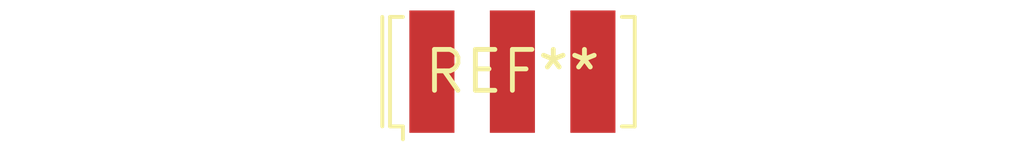
<source format=kicad_pcb>
(kicad_pcb (version 20240108) (generator pcbnew)
  (layers (0 "F.Cu" signal) (31 "B.Cu" signal) (34 "B.Paste" user) (35 "F.Paste" user) (36 "B.SilkS" user "B.Silkscreen") (37 "F.SilkS" user "F.Silkscreen") (38 "B.Mask" user) (39 "F.Mask" user) (44 "Edge.Cuts" user))
  (net 0 "")
  (footprint "Resonator_SMD-3Pin_7.2x3.0mm" (layer "F.Cu") (at 0 0)
    (property "Reference" "REF**")
    (property "Value" "Resonator_SMD-3Pin_7.2x3.0mm")
    (fp_line (start -4.04 -1.7) (end -4.04 1.7) (layer "F.SilkS") (stroke (width 0.12)))
    (fp_line (start -3.8 -1.7) (end -3.4 -1.7) (layer "F.SilkS") (stroke (width 0.12)))
    (fp_line (start -3.8 1.7) (end -3.8 -1.7) (layer "F.SilkS") (stroke (width 0.12)))
    (fp_line (start -3.4 1.7) (end -3.8 1.7) (layer "F.SilkS") (stroke (width 0.12)))
    (fp_line (start -3.4 2.1) (end -3.4 1.7) (layer "F.SilkS") (stroke (width 0.12)))
    (fp_line (start 3.4 -1.7) (end 3.8 -1.7) (layer "F.SilkS") (stroke (width 0.12)))
    (fp_line (start 3.8 -1.7) (end 3.8 1.7) (layer "F.SilkS") (stroke (width 0.12)))
    (fp_line (start 3.8 1.7) (end 3.4 1.7) (layer "F.SilkS") (stroke (width 0.12)))
    (pad "1" smd rect (at -2.5 0) (size 1.4 3.8) (layers "F.Cu" "F.Paste" "F.Mask"))
    (pad "2" smd rect (at 0 0) (size 1.4 3.8) (layers "F.Cu" "F.Paste" "F.Mask"))
    (pad "3" smd rect (at 2.5 0) (size 1.4 3.8) (layers "F.Cu" "F.Paste" "F.Mask"))
  )
)
</source>
